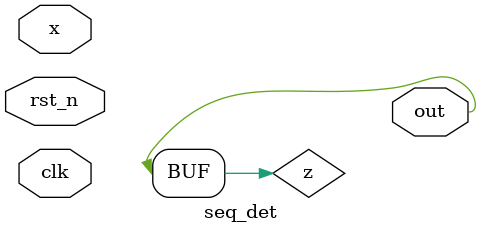
<source format=v>
`include "header.v"

module seq_det(
    input clk, rst_n, x,
    output reg out
);

    wire z;

    `ifdef MOORE_DET_NONOV
        moore_det_nonov SD(clk, rst_n, x, z);

    `elsif MOORE_DET_OV
        moore_det_ov SD(clk, rst_n, x, z);

    `elsif MEALY_DET_NONOV
        mealy_det_nonov SD(clk, rst_n, x, z);

    `elsif MEALY_DET_OV
        mealy_det_ov SD(clk, rst_n, x, z);
    `endif

    always @(*) begin
        out = z;
    end

endmodule
</source>
